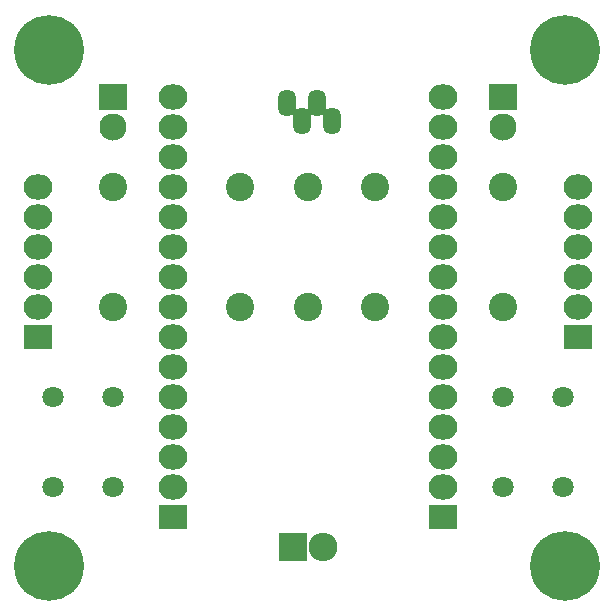
<source format=gts>
%TF.GenerationSoftware,KiCad,Pcbnew,4.0.2-4+6225~38~ubuntu14.04.1-stable*%
%TF.CreationDate,2016-04-25T17:13:35+01:00*%
%TF.ProjectId,basic,62617369632E6B696361645F70636200,rev?*%
%TF.FileFunction,Soldermask,Top*%
%FSLAX46Y46*%
G04 Gerber Fmt 4.6, Leading zero omitted, Abs format (unit mm)*
G04 Created by KiCad (PCBNEW 4.0.2-4+6225~38~ubuntu14.04.1-stable) date Mon 25 Apr 2016 17:13:35 BST*
%MOMM*%
G01*
G04 APERTURE LIST*
%ADD10C,0.100000*%
%ADD11C,2.398980*%
%ADD12R,2.400000X2.300000*%
%ADD13C,2.300000*%
%ADD14C,5.900000*%
%ADD15C,1.797000*%
%ADD16R,2.432000X2.127200*%
%ADD17O,2.432000X2.127200*%
%ADD18R,2.432000X2.432000*%
%ADD19O,2.432000X2.432000*%
%ADD20O,1.517600X2.305000*%
G04 APERTURE END LIST*
D10*
D11*
X151047000Y-86650000D03*
X151047000Y-96810000D03*
D12*
X128822000Y-79030000D03*
D13*
X128822000Y-81570000D03*
D12*
X161842000Y-79030000D03*
D13*
X161842000Y-81570000D03*
D14*
X123483000Y-74981000D03*
X123483000Y-118669000D03*
X167171000Y-74981000D03*
X167171000Y-118669000D03*
D15*
X166922000Y-112050000D03*
X161842000Y-112050000D03*
X166922000Y-104430000D03*
X161842000Y-104430000D03*
X123742000Y-104430000D03*
X128822000Y-104430000D03*
X123742000Y-112050000D03*
X128822000Y-112050000D03*
D16*
X156762000Y-114590000D03*
D17*
X156762000Y-112050000D03*
X156762000Y-109510000D03*
X156762000Y-106970000D03*
X156762000Y-104430000D03*
X156762000Y-101890000D03*
X156762000Y-99350000D03*
X156762000Y-96810000D03*
X156762000Y-94270000D03*
X156762000Y-91730000D03*
X156762000Y-89190000D03*
X156762000Y-86650000D03*
X156762000Y-84110000D03*
X156762000Y-81570000D03*
X156762000Y-79030000D03*
D16*
X133902000Y-114590000D03*
D17*
X133902000Y-112050000D03*
X133902000Y-109510000D03*
X133902000Y-106970000D03*
X133902000Y-104430000D03*
X133902000Y-101890000D03*
X133902000Y-99350000D03*
X133902000Y-96810000D03*
X133902000Y-94270000D03*
X133902000Y-91730000D03*
X133902000Y-89190000D03*
X133902000Y-86650000D03*
X133902000Y-84110000D03*
X133902000Y-81570000D03*
X133902000Y-79030000D03*
D16*
X168192000Y-99350000D03*
D17*
X168192000Y-96810000D03*
X168192000Y-94270000D03*
X168192000Y-91730000D03*
X168192000Y-89190000D03*
X168192000Y-86650000D03*
D16*
X122472000Y-99350000D03*
D17*
X122472000Y-96810000D03*
X122472000Y-94270000D03*
X122472000Y-91730000D03*
X122472000Y-89190000D03*
X122472000Y-86650000D03*
D11*
X128822000Y-86650000D03*
X128822000Y-96810000D03*
X161842000Y-86650000D03*
X161842000Y-96810000D03*
X145332000Y-86650000D03*
X145332000Y-96810000D03*
X139617000Y-86650000D03*
X139617000Y-96810000D03*
D18*
X144062000Y-117130000D03*
D19*
X146602000Y-117130000D03*
D20*
X143554000Y-79538000D03*
X144824000Y-81062000D03*
X146094000Y-79538000D03*
X147364000Y-81062000D03*
M02*

</source>
